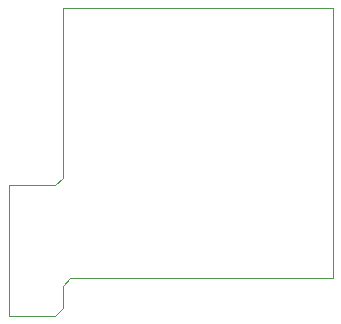
<source format=gm1>
%TF.GenerationSoftware,KiCad,Pcbnew,(5.1.6-0)*%
%TF.CreationDate,2023-01-08T10:47:54+01:00*%
%TF.ProjectId,Raddswi_CIA_Adapter,52616464-7377-4695-9f43-49415f416461,rev?*%
%TF.SameCoordinates,Original*%
%TF.FileFunction,Profile,NP*%
%FSLAX46Y46*%
G04 Gerber Fmt 4.6, Leading zero omitted, Abs format (unit mm)*
G04 Created by KiCad (PCBNEW (5.1.6-0)) date 2023-01-08 10:47:54*
%MOMM*%
%LPD*%
G01*
G04 APERTURE LIST*
%TA.AperFunction,Profile*%
%ADD10C,0.100000*%
%TD*%
G04 APERTURE END LIST*
D10*
X152400000Y-113030000D02*
X151765000Y-113665000D01*
X152400000Y-101981000D02*
X151765000Y-102616000D01*
X153035000Y-110490000D02*
X152400000Y-111125000D01*
X175260000Y-87630000D02*
X175260000Y-110490000D01*
X152400000Y-87630000D02*
X175260000Y-87630000D01*
X152400000Y-101981000D02*
X152400000Y-87630000D01*
X147828000Y-102616000D02*
X151765000Y-102616000D01*
X147828000Y-113665000D02*
X147828000Y-102616000D01*
X151765000Y-113665000D02*
X147828000Y-113665000D01*
X152400000Y-111125000D02*
X152400000Y-113030000D01*
X175260000Y-110490000D02*
X153035000Y-110490000D01*
M02*

</source>
